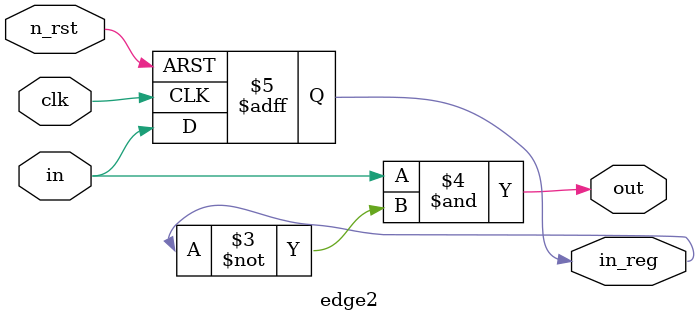
<source format=v>
`timescale 1ns / 1ps
module edge2(clk, n_rst, in, out, in_reg);

input clk, n_rst, in;
output out;
output reg in_reg;

always @(posedge clk, negedge n_rst) begin
	if (!n_rst) begin
		in_reg <= 1'b0;
	end else begin
		in_reg <= in;
	end
end

assign out = in & ~in_reg;

endmodule

</source>
